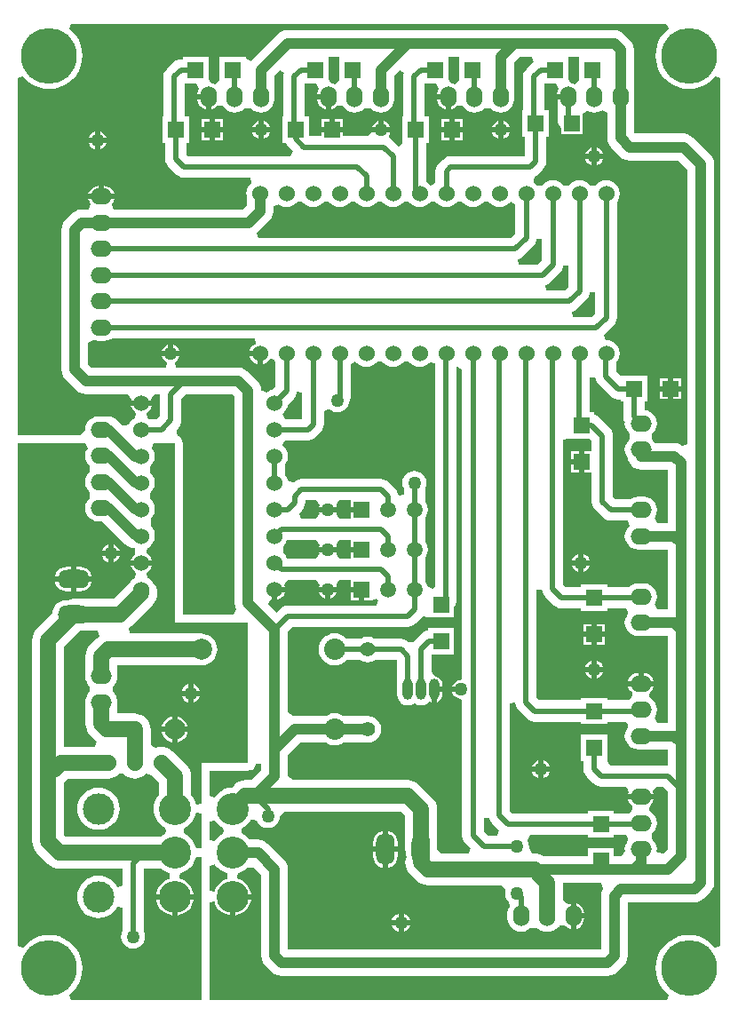
<source format=gbl>
G04 Layer_Physical_Order=2*
G04 Layer_Color=16711680*
%FSLAX25Y25*%
%MOIN*%
G70*
G01*
G75*
%ADD11R,0.05906X0.05906*%
%ADD12R,0.05906X0.05906*%
%ADD13C,0.01969*%
%ADD14O,0.06000X0.08000*%
%ADD15O,0.08000X0.06000*%
%ADD16O,0.03937X0.07874*%
%ADD17O,0.03937X0.07874*%
%ADD18C,0.06000*%
%ADD19O,0.12000X0.07000*%
%ADD20C,0.11811*%
%ADD21C,0.12000*%
%ADD22C,0.05906*%
%ADD23C,0.07874*%
%ADD24C,0.08000*%
%ADD25C,0.05512*%
%ADD26C,0.20945*%
%ADD27O,0.07000X0.12000*%
%ADD28C,0.05000*%
%ADD29C,0.03937*%
%ADD30C,0.05906*%
%ADD31C,0.03937*%
%ADD32C,0.05906*%
G36*
X210717Y353802D02*
Y344745D01*
X209034Y343521D01*
X207543Y344052D01*
X206842Y345651D01*
Y353802D01*
X208780Y353921D01*
X210717Y353802D01*
D02*
G37*
G36*
X165717D02*
Y344745D01*
X164034Y343521D01*
X162543Y344052D01*
X161843Y345651D01*
Y353802D01*
X163779Y353921D01*
X165717Y353802D01*
D02*
G37*
G36*
X120717D02*
Y344745D01*
X119034Y343521D01*
X117543Y344052D01*
X116842Y345651D01*
Y353802D01*
X118780Y353921D01*
X120717Y353802D01*
D02*
G37*
G36*
X193630Y351926D02*
X193438Y351779D01*
X190938Y349279D01*
X190299Y348446D01*
X189898Y347477D01*
X189761Y346437D01*
Y333890D01*
X189437D01*
Y323984D01*
X190371D01*
Y316519D01*
X162500D01*
X161460Y316382D01*
X160491Y315980D01*
X159658Y315342D01*
X158080Y313763D01*
X157441Y312931D01*
X157040Y311961D01*
X156903Y310921D01*
Y306353D01*
X155116Y305622D01*
X155090Y305624D01*
X154704Y305783D01*
X154487Y306066D01*
X153443Y306868D01*
X153408Y306882D01*
Y321484D01*
X154342D01*
Y331390D01*
X152798D01*
Y343984D01*
X157137D01*
X158124Y341984D01*
X158100Y341954D01*
X157697Y340981D01*
X157560Y339937D01*
D01*
X161594D01*
Y338937D01*
X162594D01*
Y334034D01*
X162639Y334040D01*
X163612Y334443D01*
X164447Y335084D01*
X164833Y335587D01*
X166144Y335665D01*
X167057Y335446D01*
X167069Y335415D01*
X167871Y334371D01*
X168915Y333570D01*
X170132Y333066D01*
X171437Y332894D01*
X172742Y333066D01*
X173959Y333570D01*
X175003Y334371D01*
X175151Y334563D01*
X175304Y334637D01*
X177413D01*
X177566Y334563D01*
X177714Y334371D01*
X178758Y333570D01*
X179974Y333066D01*
X181280Y332894D01*
X182585Y333066D01*
X183801Y333570D01*
X184846Y334371D01*
X185647Y335415D01*
X186151Y336632D01*
X186323Y337937D01*
Y339937D01*
X186291Y340178D01*
Y351861D01*
X188355Y353926D01*
X192951D01*
X193630Y351926D01*
D02*
G37*
G36*
X145013Y347755D02*
X144898Y347477D01*
X144761Y346437D01*
Y331390D01*
X144437D01*
Y321575D01*
X142959Y320224D01*
X140342Y322842D01*
X139511Y323490D01*
X139763Y325193D01*
X139823Y325437D01*
X132613D01*
X132153Y324670D01*
X131486Y324019D01*
X122122D01*
Y325437D01*
X118169D01*
X114216D01*
Y324019D01*
X109343D01*
Y331390D01*
X107798D01*
Y343984D01*
X112137D01*
X113124Y341984D01*
X113101Y341954D01*
X112697Y340981D01*
X112560Y339937D01*
D01*
X116595D01*
Y338937D01*
X117595D01*
Y334034D01*
X117639Y334040D01*
X118612Y334443D01*
X119447Y335084D01*
X119834Y335587D01*
X121144Y335665D01*
X122057Y335446D01*
X122070Y335415D01*
X122871Y334371D01*
X123915Y333570D01*
X125132Y333066D01*
X126437Y332894D01*
X127742Y333066D01*
X128959Y333570D01*
X130003Y334371D01*
X130151Y334563D01*
X130304Y334637D01*
X132413D01*
X132566Y334563D01*
X132713Y334371D01*
X133758Y333570D01*
X134974Y333066D01*
X136279Y332894D01*
X137585Y333066D01*
X138801Y333570D01*
X139846Y334371D01*
X140647Y335415D01*
X141151Y336632D01*
X141323Y337937D01*
Y339937D01*
X141291Y340178D01*
Y346861D01*
X143317Y348888D01*
X145013Y347755D01*
D02*
G37*
G36*
X100013D02*
X99898Y347477D01*
X99761Y346437D01*
Y331390D01*
X99437D01*
Y321484D01*
X100751D01*
X100909Y321101D01*
X101548Y320269D01*
X103298Y318519D01*
X102470Y316519D01*
X64165D01*
X63408Y317275D01*
Y321484D01*
X64342D01*
Y331390D01*
X62798D01*
Y343984D01*
X67137D01*
X68124Y341984D01*
X68101Y341954D01*
X67697Y340981D01*
X67560Y339937D01*
D01*
X71595D01*
Y338937D01*
X72594D01*
Y334034D01*
X72639Y334040D01*
X73612Y334443D01*
X74447Y335084D01*
X74834Y335587D01*
X76144Y335665D01*
X77057Y335446D01*
X77069Y335415D01*
X77871Y334371D01*
X78915Y333570D01*
X80132Y333066D01*
X81437Y332894D01*
X82742Y333066D01*
X83959Y333570D01*
X85003Y334371D01*
X85151Y334563D01*
X85304Y334637D01*
X87413D01*
X87566Y334563D01*
X87713Y334371D01*
X88758Y333570D01*
X89974Y333066D01*
X91280Y332894D01*
X92585Y333066D01*
X93801Y333570D01*
X94846Y334371D01*
X95647Y335415D01*
X96151Y336632D01*
X96323Y337937D01*
Y339937D01*
X96291Y340178D01*
Y346861D01*
X98317Y348888D01*
X100013Y347755D01*
D02*
G37*
G36*
X186903Y298647D02*
Y287586D01*
X185087Y285771D01*
X90452D01*
X89773Y287771D01*
X90138Y288051D01*
X94465Y292378D01*
X95261Y293416D01*
X95762Y294624D01*
X95933Y295921D01*
Y297622D01*
X96086Y297763D01*
X97933Y298491D01*
X98400Y298132D01*
X99616Y297629D01*
X100921Y297457D01*
X102226Y297629D01*
X103443Y298132D01*
X104487Y298934D01*
X104704Y299217D01*
X105034Y299353D01*
X106809D01*
X107138Y299217D01*
X107355Y298934D01*
X108400Y298132D01*
X109616Y297629D01*
X110921Y297457D01*
X112226Y297629D01*
X113443Y298132D01*
X114487Y298934D01*
X114704Y299217D01*
X115034Y299353D01*
X116809D01*
X117138Y299217D01*
X117355Y298934D01*
X118400Y298132D01*
X119616Y297629D01*
X120921Y297457D01*
X122227Y297629D01*
X123443Y298132D01*
X124487Y298934D01*
X124704Y299217D01*
X125034Y299353D01*
X126809D01*
X127138Y299217D01*
X127355Y298934D01*
X128400Y298132D01*
X129616Y297629D01*
X130921Y297457D01*
X132227Y297629D01*
X133443Y298132D01*
X134487Y298934D01*
X134704Y299217D01*
X135034Y299353D01*
X136809D01*
X137138Y299217D01*
X137355Y298934D01*
X138400Y298132D01*
X139616Y297629D01*
X140921Y297457D01*
X142227Y297629D01*
X143443Y298132D01*
X144487Y298934D01*
X144704Y299217D01*
X145034Y299353D01*
X146809D01*
X147138Y299217D01*
X147355Y298934D01*
X148400Y298132D01*
X149616Y297629D01*
X150921Y297457D01*
X152226Y297629D01*
X153443Y298132D01*
X154487Y298934D01*
X154704Y299217D01*
X155034Y299353D01*
X156809D01*
X157138Y299217D01*
X157355Y298934D01*
X158400Y298132D01*
X159616Y297629D01*
X160921Y297457D01*
X162226Y297629D01*
X163443Y298132D01*
X164487Y298934D01*
X164704Y299217D01*
X165034Y299353D01*
X166809D01*
X167138Y299217D01*
X167355Y298934D01*
X168400Y298132D01*
X169616Y297629D01*
X170921Y297457D01*
X172227Y297629D01*
X173443Y298132D01*
X174487Y298934D01*
X174704Y299217D01*
X175034Y299353D01*
X176809D01*
X177138Y299217D01*
X177355Y298934D01*
X178400Y298132D01*
X179616Y297629D01*
X180921Y297457D01*
X182227Y297629D01*
X183443Y298132D01*
X184487Y298934D01*
X184704Y299217D01*
X185090Y299376D01*
X185116Y299378D01*
X186903Y298647D01*
D02*
G37*
G36*
X196903Y285507D02*
Y277586D01*
X195245Y275928D01*
X188124D01*
X187792Y277870D01*
X188761Y278272D01*
X189594Y278910D01*
X193763Y283080D01*
X194402Y283912D01*
X194803Y284881D01*
X194903Y285638D01*
X196903Y285507D01*
D02*
G37*
G36*
X206903Y275507D02*
Y267586D01*
X205402Y266086D01*
X198281D01*
X197950Y268028D01*
X198919Y268429D01*
X199751Y269068D01*
X203763Y273080D01*
X204401Y273912D01*
X204803Y274881D01*
X204903Y275638D01*
X206903Y275507D01*
D02*
G37*
G36*
X216903Y265507D02*
Y257586D01*
X215560Y256243D01*
X208439D01*
X208107Y258185D01*
X209076Y258587D01*
X209909Y259225D01*
X213763Y263080D01*
X214402Y263912D01*
X214803Y264881D01*
X214903Y265638D01*
X216903Y265507D01*
D02*
G37*
G36*
X89415Y246206D02*
X88904Y245994D01*
X88068Y245353D01*
X87427Y244517D01*
X87024Y243544D01*
X87018Y243500D01*
X90921D01*
Y242500D01*
X91921D01*
Y238597D01*
X91966Y238603D01*
X92939Y239006D01*
X93774Y239647D01*
X94262Y240284D01*
X95156Y240380D01*
X96463Y240199D01*
X96554Y239978D01*
X96903Y239524D01*
Y230086D01*
X95700Y228883D01*
X95132Y228808D01*
X93915Y228305D01*
X93448Y227946D01*
X92009Y228362D01*
X91705Y228535D01*
X91413Y228795D01*
X91278Y229821D01*
X90777Y231029D01*
X89981Y232067D01*
X86221Y235827D01*
X85183Y236623D01*
X83974Y237124D01*
X82677Y237295D01*
X59306D01*
X58908Y239295D01*
X59265Y239443D01*
X59996Y240004D01*
X60557Y240735D01*
X60874Y241500D01*
X54126D01*
X54443Y240735D01*
X55004Y240004D01*
X55735Y239443D01*
X56092Y239295D01*
X55694Y237295D01*
X27666D01*
X26448Y238513D01*
Y246462D01*
X26959Y246947D01*
X28448Y247636D01*
X29132Y247353D01*
X30437Y247181D01*
X32437D01*
X33742Y247353D01*
X34959Y247857D01*
X35413Y248206D01*
X89017D01*
X89415Y246206D01*
D02*
G37*
G36*
X126753Y239376D02*
X127138Y239217D01*
X127355Y238934D01*
X128400Y238133D01*
X129616Y237629D01*
X130921Y237457D01*
X132227Y237629D01*
X133443Y238133D01*
X134487Y238934D01*
X134704Y239217D01*
X135034Y239353D01*
X136809D01*
X137138Y239217D01*
X137355Y238934D01*
X138400Y238133D01*
X139616Y237629D01*
X140921Y237457D01*
X142227Y237629D01*
X143443Y238133D01*
X144487Y238934D01*
X144704Y239217D01*
X145034Y239353D01*
X146809D01*
X147138Y239217D01*
X147355Y238934D01*
X148400Y238133D01*
X149616Y237629D01*
X150921Y237457D01*
X152226Y237629D01*
X153443Y238133D01*
X154487Y238934D01*
X154704Y239217D01*
X154981Y239331D01*
X156831Y238703D01*
Y154889D01*
X155901Y154304D01*
X153762Y155230D01*
X153263Y156435D01*
X152956Y156836D01*
Y166038D01*
X153263Y166439D01*
X153762Y167644D01*
X153932Y168937D01*
X153762Y170230D01*
X153263Y171435D01*
X152956Y171836D01*
Y181038D01*
X153263Y181439D01*
X153762Y182644D01*
X153932Y183937D01*
X153762Y185230D01*
X153263Y186435D01*
X152956Y186836D01*
Y191880D01*
X153321Y192762D01*
X153476Y193937D01*
X153321Y195112D01*
X152868Y196206D01*
X152146Y197146D01*
X151206Y197868D01*
X150112Y198321D01*
X148937Y198476D01*
X147762Y198321D01*
X146668Y197868D01*
X145728Y197146D01*
X145006Y196206D01*
X144553Y195112D01*
X144398Y193937D01*
X144553Y192762D01*
X144918Y191880D01*
Y189351D01*
X142918Y189220D01*
X142819Y189977D01*
X142417Y190946D01*
X141779Y191779D01*
X139279Y194279D01*
X138446Y194917D01*
X137477Y195319D01*
X136437Y195456D01*
X106437D01*
X105397Y195319D01*
X104428Y194917D01*
X103595Y194279D01*
X103444Y194127D01*
X101357Y194869D01*
X101308Y195242D01*
X100804Y196459D01*
X100456Y196913D01*
Y200961D01*
X100804Y201415D01*
X101308Y202632D01*
X101480Y203937D01*
X101308Y205242D01*
X100804Y206459D01*
X100003Y207503D01*
X99720Y207720D01*
X99561Y208105D01*
X99559Y208132D01*
X100290Y209918D01*
X108937D01*
X109977Y210055D01*
X110946Y210457D01*
X111779Y211095D01*
X113763Y213080D01*
X114401Y213912D01*
X114803Y214881D01*
X114940Y215921D01*
Y220917D01*
X116289Y221554D01*
X116940Y221676D01*
X117731Y221069D01*
X118825Y220616D01*
X120000Y220461D01*
X121175Y220616D01*
X122269Y221069D01*
X123209Y221791D01*
X123931Y222731D01*
X124384Y223825D01*
X124394Y223903D01*
X124401Y223912D01*
X124803Y224881D01*
X124940Y225921D01*
Y238647D01*
X126726Y239378D01*
X126753Y239376D01*
D02*
G37*
G36*
X106903Y228007D02*
Y217956D01*
X100290D01*
X99559Y219742D01*
X99561Y219769D01*
X99720Y220154D01*
X100003Y220371D01*
X100804Y221415D01*
X101308Y222632D01*
X101383Y223200D01*
X103763Y225580D01*
X104402Y226412D01*
X104803Y227381D01*
X104903Y228138D01*
X106903Y228007D01*
D02*
G37*
G36*
X203123Y341984D02*
X203100Y341954D01*
X202697Y340981D01*
X202560Y339937D01*
D01*
X206594D01*
Y337937D01*
X202560D01*
X202576Y337816D01*
Y330512D01*
X202713Y329472D01*
X203114Y328502D01*
X203753Y327670D01*
X204217Y327207D01*
Y324984D01*
X207669D01*
X208169Y324918D01*
X208670Y324984D01*
X212122D01*
Y328437D01*
X212188Y328937D01*
X212122Y329437D01*
Y332425D01*
X213806Y333654D01*
X213915Y333570D01*
X215132Y333066D01*
X216437Y332894D01*
X217742Y333066D01*
X218959Y333570D01*
X219268Y333807D01*
X221268Y332867D01*
Y323406D01*
X221439Y322109D01*
X221940Y320900D01*
X222736Y319862D01*
X226142Y316456D01*
X227179Y315660D01*
X228388Y315159D01*
X229685Y314989D01*
X247924D01*
X251426Y311487D01*
Y208673D01*
X249426Y207906D01*
X248943Y208277D01*
X247734Y208778D01*
X246437Y208948D01*
X239309D01*
X239304Y208959D01*
X238503Y210003D01*
X238311Y210151D01*
X238236Y210304D01*
Y212413D01*
X238311Y212566D01*
X238503Y212714D01*
X239304Y213758D01*
X239808Y214974D01*
X239980Y216280D01*
X239808Y217585D01*
X239304Y218801D01*
X238503Y219846D01*
X237459Y220647D01*
X236242Y221151D01*
X235318Y221272D01*
Y224378D01*
X236252D01*
Y234283D01*
X226346D01*
X224868Y235543D01*
Y239430D01*
X225289Y239978D01*
X225793Y241195D01*
X225964Y242500D01*
X225793Y243805D01*
X225289Y245022D01*
X224487Y246066D01*
X223443Y246867D01*
X222227Y247371D01*
X220949Y247539D01*
X220880Y247633D01*
X220153Y249195D01*
X220141Y249458D01*
X223763Y253080D01*
X224401Y253912D01*
X224803Y254881D01*
X224940Y255921D01*
Y299524D01*
X225289Y299978D01*
X225793Y301195D01*
X225964Y302500D01*
X225793Y303805D01*
X225289Y305022D01*
X224487Y306066D01*
X223443Y306868D01*
X222227Y307371D01*
X220921Y307543D01*
X219616Y307371D01*
X218400Y306868D01*
X217355Y306066D01*
X217138Y305783D01*
X216809Y305647D01*
X215034D01*
X214704Y305783D01*
X214487Y306066D01*
X213443Y306868D01*
X212227Y307371D01*
X210921Y307543D01*
X209616Y307371D01*
X208400Y306868D01*
X207355Y306066D01*
X207138Y305783D01*
X206809Y305647D01*
X205034D01*
X204704Y305783D01*
X204487Y306066D01*
X203443Y306868D01*
X202226Y307371D01*
X200921Y307543D01*
X199616Y307371D01*
X198400Y306868D01*
X197355Y306066D01*
X197138Y305783D01*
X196809Y305647D01*
X195034D01*
X194704Y305783D01*
X194487Y306066D01*
X193754Y306629D01*
X193649Y307598D01*
X193991Y308805D01*
X194509Y309020D01*
X195342Y309658D01*
X197231Y311548D01*
X197870Y312380D01*
X198272Y313350D01*
X198408Y314390D01*
Y323984D01*
X199343D01*
Y333890D01*
X197798D01*
Y343984D01*
X202137D01*
X203123Y341984D01*
D02*
G37*
G36*
X124984Y184937D02*
X128937D01*
Y182937D01*
X124984D01*
Y180456D01*
X120698D01*
X120007Y181441D01*
X119612Y182456D01*
X119811Y182937D01*
X113063D01*
X113262Y182456D01*
X112867Y181441D01*
X112176Y180456D01*
X106467D01*
X105639Y182456D01*
X106779Y183595D01*
X107417Y184428D01*
X107819Y185397D01*
X107956Y186437D01*
Y187272D01*
X108102Y187418D01*
X112176D01*
X112867Y186433D01*
X113262Y185418D01*
X113063Y184937D01*
X119811D01*
X119612Y185418D01*
X120007Y186433D01*
X120698Y187418D01*
X124984D01*
Y184937D01*
D02*
G37*
G36*
X216968Y232835D02*
X217369Y231866D01*
X218008Y231033D01*
X222552Y226489D01*
X223384Y225851D01*
X224354Y225449D01*
X225394Y225312D01*
X226346D01*
Y224378D01*
X227281D01*
Y218917D01*
X227417Y217877D01*
X227819Y216908D01*
X227954Y216733D01*
X227894Y216280D01*
X228066Y214974D01*
X228570Y213758D01*
X229371Y212714D01*
X229563Y212566D01*
X229638Y212413D01*
Y210304D01*
X229563Y210151D01*
X229371Y210003D01*
X228570Y208959D01*
X228066Y207742D01*
X227894Y206437D01*
X228066Y205132D01*
X228570Y203915D01*
X229003Y203351D01*
X229096Y202640D01*
X229597Y201431D01*
X230393Y200393D01*
X231431Y199597D01*
X232640Y199096D01*
X233937Y198926D01*
X243926D01*
Y178948D01*
X240007D01*
X239067Y180948D01*
X239304Y181258D01*
X239808Y182474D01*
X239980Y183780D01*
X239808Y185085D01*
X239304Y186301D01*
X238503Y187346D01*
X237459Y188147D01*
X236242Y188651D01*
X234937Y188823D01*
X232937D01*
X231632Y188651D01*
X230415Y188147D01*
X229961Y187798D01*
X224381D01*
X223507Y188672D01*
Y211614D01*
X223370Y212654D01*
X222968Y213623D01*
X222330Y214456D01*
X218393Y218393D01*
X217561Y219031D01*
X216591Y219433D01*
X216567Y219436D01*
Y220504D01*
X214868D01*
Y233461D01*
X216868Y233592D01*
X216968Y232835D01*
D02*
G37*
G36*
X124984Y169937D02*
X128937D01*
Y167937D01*
X124984D01*
Y165456D01*
X120698D01*
X120007Y166441D01*
X119612Y167456D01*
X119811Y167937D01*
X113063D01*
X113262Y167456D01*
X112867Y166441D01*
X112176Y165456D01*
X101220D01*
X100804Y166459D01*
X100003Y167503D01*
X99720Y167720D01*
X99584Y168050D01*
Y169824D01*
X99720Y170154D01*
X100003Y170371D01*
X100804Y171415D01*
X101220Y172418D01*
X112176D01*
X112867Y171433D01*
X113262Y170418D01*
X113063Y169937D01*
X119811D01*
X119612Y170418D01*
X120007Y171433D01*
X120698Y172418D01*
X124984D01*
Y169937D01*
D02*
G37*
G36*
X58937Y141437D02*
X86437D01*
Y88937D01*
X68937D01*
Y73344D01*
X66939Y73222D01*
X66482Y74730D01*
X65739Y76120D01*
X65037Y76976D01*
Y83819D01*
X64922Y84986D01*
X64581Y86108D01*
X64029Y87142D01*
X63285Y88048D01*
X58167Y93167D01*
X57260Y93910D01*
X56226Y94463D01*
X55104Y94804D01*
X53937Y94919D01*
X52770Y94804D01*
X51919Y94545D01*
X51039Y94936D01*
X49919Y95807D01*
Y101437D01*
X49804Y102604D01*
X49463Y103726D01*
X48910Y104760D01*
X48167Y105667D01*
X47260Y106411D01*
X46226Y106963D01*
X45104Y107304D01*
X43937Y107419D01*
X37419D01*
Y111127D01*
X37480Y111594D01*
X37308Y112900D01*
X37134Y113321D01*
X36963Y113883D01*
X36410Y114918D01*
X35667Y115824D01*
Y117207D01*
X36410Y118114D01*
X36963Y119148D01*
X37134Y119711D01*
X37308Y120132D01*
X37480Y121437D01*
X37419Y121905D01*
Y125455D01*
X68937D01*
X70104Y125570D01*
X71226Y125911D01*
X72260Y126463D01*
X73167Y127207D01*
X73910Y128114D01*
X74463Y129148D01*
X74804Y130270D01*
X74919Y131437D01*
X74804Y132604D01*
X74463Y133726D01*
X73910Y134760D01*
X73167Y135667D01*
X72260Y136410D01*
X71226Y136963D01*
X70104Y137304D01*
X68937Y137419D01*
X42177D01*
X41676Y139419D01*
X41760Y139463D01*
X42667Y140207D01*
X50667Y148207D01*
X51411Y149114D01*
X51963Y150148D01*
X52304Y151270D01*
X52419Y152437D01*
X52304Y153604D01*
X51963Y154726D01*
X51411Y155760D01*
X50667Y156667D01*
X50608Y156715D01*
X50003Y157503D01*
X48959Y158305D01*
X48738Y158396D01*
X48557Y159702D01*
X48653Y160596D01*
X49290Y161084D01*
X49931Y161920D01*
X50334Y162893D01*
X50340Y162937D01*
X46437D01*
X42534D01*
X42540Y162893D01*
X42943Y161920D01*
X43584Y161084D01*
X44221Y160596D01*
X44317Y159702D01*
X44136Y158396D01*
X43915Y158305D01*
X42871Y157503D01*
X42266Y156715D01*
X42207Y156667D01*
X35959Y150419D01*
X20937D01*
X19770Y150304D01*
X18718Y149985D01*
X18437D01*
X17001Y149795D01*
X15663Y149241D01*
X14514Y148360D01*
X13633Y147211D01*
X13079Y145873D01*
X12952Y144911D01*
X7207Y139167D01*
X6464Y138260D01*
X5911Y137226D01*
X5570Y136104D01*
X5455Y134937D01*
Y86437D01*
Y59429D01*
X5570Y58262D01*
X5911Y57140D01*
X6464Y56106D01*
X7207Y55199D01*
X11518Y50889D01*
X12425Y50145D01*
X13459Y49592D01*
X14581Y49251D01*
X15748Y49137D01*
X39288D01*
Y42807D01*
X37288Y42307D01*
X36920Y42996D01*
X35932Y44200D01*
X34728Y45188D01*
X33355Y45922D01*
X31865Y46374D01*
X30315Y46526D01*
X28765Y46374D01*
X27275Y45922D01*
X25902Y45188D01*
X24698Y44200D01*
X23710Y42996D01*
X22976Y41623D01*
X22524Y40132D01*
X22371Y38583D01*
X22524Y37033D01*
X22976Y35543D01*
X23710Y34169D01*
X24698Y32966D01*
X25902Y31978D01*
X27275Y31244D01*
X28765Y30792D01*
X30315Y30639D01*
X31865Y30792D01*
X33355Y31244D01*
X34728Y31978D01*
X35932Y32966D01*
X36920Y34169D01*
X37288Y34859D01*
X39288Y34358D01*
Y25679D01*
X38923Y24797D01*
X38768Y23622D01*
X38923Y22447D01*
X39376Y21353D01*
X40098Y20413D01*
X41038Y19691D01*
X42132Y19238D01*
X43307Y19083D01*
X44482Y19238D01*
X45577Y19691D01*
X46516Y20413D01*
X47238Y21353D01*
X47691Y22447D01*
X47846Y23622D01*
X47691Y24797D01*
X47326Y25679D01*
Y49137D01*
X53733D01*
X54589Y48434D01*
X55979Y47691D01*
X57029Y47373D01*
X57223Y45739D01*
X57149Y45319D01*
X56363Y45081D01*
X55147Y44431D01*
X54081Y43556D01*
X53207Y42491D01*
X52557Y41274D01*
X52156Y39955D01*
X52120Y39583D01*
X59055D01*
X65991D01*
X65954Y39955D01*
X65554Y41274D01*
X64904Y42491D01*
X64029Y43556D01*
X62963Y44431D01*
X61747Y45081D01*
X60961Y45319D01*
X60887Y45739D01*
X61082Y47373D01*
X62131Y47691D01*
X63521Y48434D01*
X64739Y49434D01*
X65739Y50652D01*
X66482Y52042D01*
X66939Y53550D01*
X68937Y53428D01*
Y-0D01*
X20221D01*
X19807Y663D01*
X19529Y2000D01*
X20658Y2964D01*
X21933Y4457D01*
X22958Y6131D01*
X23710Y7945D01*
X24168Y9854D01*
X24322Y11811D01*
X24168Y13768D01*
X23710Y15677D01*
X22958Y17491D01*
X21933Y19165D01*
X20658Y20658D01*
X19165Y21933D01*
X17491Y22958D01*
X15677Y23710D01*
X13768Y24168D01*
X11811Y24322D01*
X9854Y24168D01*
X7945Y23710D01*
X6131Y22958D01*
X4457Y21933D01*
X2964Y20658D01*
X2000Y19528D01*
X663Y19807D01*
X-0Y20221D01*
Y208937D01*
X25386D01*
X26316Y206937D01*
X26070Y206616D01*
X25566Y205400D01*
X25394Y204095D01*
X25566Y202789D01*
X26070Y201573D01*
X26871Y200528D01*
X27064Y200381D01*
X27138Y200228D01*
Y198119D01*
X27064Y197966D01*
X26871Y197818D01*
X26070Y196774D01*
X25566Y195557D01*
X25394Y194252D01*
X25566Y192947D01*
X26070Y191730D01*
X26871Y190686D01*
X27064Y190538D01*
X27138Y190385D01*
Y188276D01*
X27064Y188123D01*
X26871Y187976D01*
X26070Y186931D01*
X25566Y185715D01*
X25394Y184409D01*
X25566Y183104D01*
X26070Y181888D01*
X26871Y180843D01*
X27915Y180042D01*
X29132Y179538D01*
X30437Y179366D01*
X31893D01*
X40393Y170866D01*
X41431Y170070D01*
X42640Y169569D01*
X43937Y169398D01*
X44234Y167398D01*
X44221Y167278D01*
X43584Y166790D01*
X42943Y165954D01*
X42540Y164981D01*
X42534Y164937D01*
X46437D01*
X50340D01*
X50334Y164981D01*
X49931Y165954D01*
X49290Y166790D01*
X48653Y167278D01*
X48557Y168172D01*
X48738Y169478D01*
X48959Y169570D01*
X50003Y170371D01*
X50805Y171415D01*
X51308Y172632D01*
X51480Y173937D01*
X51433Y174294D01*
X51448Y174409D01*
X51278Y175707D01*
X50777Y176915D01*
X49981Y177953D01*
X50003Y180370D01*
X50008Y180377D01*
X50805Y181415D01*
X51308Y182632D01*
X51480Y183937D01*
X51443Y184215D01*
X51448Y184252D01*
X51278Y185549D01*
X50777Y186758D01*
X49981Y187795D01*
X49877Y187875D01*
X49850Y187924D01*
X49858Y190242D01*
X49875Y190273D01*
X50003Y190371D01*
X50805Y191415D01*
X51308Y192632D01*
X51480Y193937D01*
X51308Y195242D01*
X51292Y195281D01*
X51278Y195391D01*
X50777Y196600D01*
X49981Y197638D01*
X49788Y197786D01*
X49699Y197978D01*
X49705Y200036D01*
X49786Y200204D01*
X50003Y200371D01*
X50805Y201415D01*
X51308Y202632D01*
X51480Y203937D01*
X51308Y205242D01*
X50805Y206459D01*
X50437Y206937D01*
X51145Y208757D01*
X51309Y208937D01*
X58937D01*
Y141437D01*
D02*
G37*
G36*
X124984Y154937D02*
X128937D01*
Y153937D01*
X129937D01*
Y149984D01*
X132890D01*
Y149984D01*
X134886Y150556D01*
X135457Y149956D01*
X134832Y147956D01*
X101437D01*
X100397Y147819D01*
X99428Y147417D01*
X98595Y146779D01*
X97139Y145322D01*
X94016Y148446D01*
X95148Y150141D01*
X95393Y150040D01*
X95437Y150034D01*
Y153937D01*
X96437D01*
Y154937D01*
X100340D01*
X100334Y154981D01*
X100153Y155418D01*
X100846Y156912D01*
X101329Y157418D01*
X112176D01*
X112867Y156433D01*
X113262Y155418D01*
X113063Y154937D01*
X119811D01*
X119612Y155418D01*
X120007Y156433D01*
X120698Y157418D01*
X124984D01*
Y154937D01*
D02*
G37*
G36*
X215470Y209950D02*
Y205724D01*
X212614D01*
Y201772D01*
Y197819D01*
X215470D01*
Y187008D01*
X215606Y185968D01*
X216008Y184999D01*
X216647Y184166D01*
X219875Y180938D01*
X220707Y180299D01*
X221676Y179898D01*
X222716Y179761D01*
X229028D01*
X229665Y177884D01*
X229660Y177850D01*
X229563Y177651D01*
X229371Y177503D01*
X228570Y176459D01*
X228066Y175242D01*
X227894Y173937D01*
X228066Y172632D01*
X228570Y171415D01*
X229371Y170371D01*
X230415Y169570D01*
X231632Y169066D01*
X232937Y168894D01*
X234937D01*
X235178Y168926D01*
X243926D01*
Y146448D01*
X240007D01*
X239067Y148448D01*
X239304Y148758D01*
X239808Y149974D01*
X239980Y151279D01*
X239808Y152585D01*
X239304Y153801D01*
X238503Y154846D01*
X237459Y155647D01*
X236242Y156151D01*
X234937Y156323D01*
X232937D01*
X231632Y156151D01*
X230415Y155647D01*
X229371Y154846D01*
X229371Y154845D01*
X221390D01*
Y155780D01*
X211484D01*
Y154845D01*
X205838D01*
X204868Y155815D01*
Y210099D01*
X206661Y210598D01*
Y210598D01*
X214821D01*
X215470Y209950D01*
D02*
G37*
G36*
X81426Y226448D02*
Y148937D01*
X81596Y147640D01*
X82097Y146431D01*
X81086Y144463D01*
X61963D01*
Y208937D01*
X61860Y209720D01*
X61558Y210450D01*
X61077Y211077D01*
X60450Y211558D01*
X60181Y211669D01*
X59636Y213075D01*
X59579Y213896D01*
X60342Y214658D01*
X60980Y215491D01*
X61382Y216460D01*
X61519Y217500D01*
Y225619D01*
X63172Y227272D01*
X80601D01*
X81426Y226448D01*
D02*
G37*
G36*
X166903Y236415D02*
Y120376D01*
X166437Y119967D01*
X165523Y119847D01*
X164672Y119494D01*
X163941Y118933D01*
X163380Y118202D01*
X163063Y117437D01*
X166437D01*
Y115437D01*
X163063D01*
X163380Y114672D01*
X163941Y113941D01*
X164672Y113380D01*
X165523Y113027D01*
X166437Y112907D01*
X166903Y112498D01*
Y61579D01*
X167040Y60539D01*
X167441Y59569D01*
X168080Y58737D01*
X170051Y56766D01*
X169285Y54919D01*
X159211D01*
X157419Y56437D01*
Y71437D01*
X157304Y72604D01*
X156963Y73726D01*
X156411Y74760D01*
X155667Y75667D01*
X150667Y80667D01*
X149760Y81410D01*
X148726Y81963D01*
X147604Y82304D01*
X146437Y82419D01*
X103266D01*
X101448Y83937D01*
Y91861D01*
X106013Y96426D01*
X115585D01*
X115587Y96424D01*
X116630Y95867D01*
X117761Y95524D01*
X118937Y95408D01*
X120113Y95524D01*
X121244Y95867D01*
X122287Y96424D01*
X122289Y96426D01*
X131437D01*
X132734Y96596D01*
X133943Y97097D01*
X134981Y97893D01*
X135777Y98931D01*
X136278Y100140D01*
X136448Y101437D01*
X136278Y102734D01*
X135777Y103943D01*
X134981Y104981D01*
X133943Y105777D01*
X132734Y106278D01*
X131437Y106448D01*
X122289D01*
X122287Y106450D01*
X121244Y107007D01*
X120113Y107350D01*
X118937Y107466D01*
X117761Y107350D01*
X116630Y107007D01*
X115587Y106450D01*
X115585Y106448D01*
X103937D01*
X103448Y106384D01*
X101448Y107723D01*
Y138265D01*
X103102Y139918D01*
X146437D01*
X147477Y140055D01*
X148446Y140457D01*
X149279Y141095D01*
X151779Y143595D01*
X151984Y143863D01*
X153984Y143374D01*
Y143374D01*
X163890D01*
Y147657D01*
X164330Y148230D01*
X164731Y149199D01*
X164868Y150239D01*
Y237383D01*
X164920Y237418D01*
X166903Y236415D01*
D02*
G37*
G36*
X196968Y153110D02*
X197369Y152141D01*
X198008Y151309D01*
X201332Y147985D01*
X202164Y147346D01*
X203133Y146945D01*
X204173Y146808D01*
X211484D01*
Y145874D01*
X221390D01*
Y146808D01*
X228438D01*
X229050Y145623D01*
X229221Y144808D01*
X228570Y143959D01*
X228066Y142742D01*
X227894Y141437D01*
X228066Y140132D01*
X228570Y138915D01*
X229371Y137871D01*
X230415Y137069D01*
X231632Y136566D01*
X232937Y136394D01*
X234937D01*
X235178Y136426D01*
X243926D01*
Y103948D01*
X240007D01*
X239067Y105948D01*
X239304Y106258D01*
X239808Y107474D01*
X239980Y108780D01*
X239808Y110085D01*
X239304Y111301D01*
X238503Y112346D01*
X237459Y113147D01*
X237428Y113160D01*
X237209Y114072D01*
X237287Y115383D01*
X237790Y115769D01*
X238431Y116605D01*
X238834Y117578D01*
X238840Y117622D01*
X233937D01*
X229034D01*
X229040Y117578D01*
X229443Y116605D01*
X230084Y115769D01*
X230587Y115383D01*
X230665Y114072D01*
X230446Y113160D01*
X230415Y113147D01*
X229371Y112346D01*
X229371Y112345D01*
X221390D01*
Y113279D01*
X211484D01*
Y112345D01*
X195838D01*
X194868Y113315D01*
Y153736D01*
X196868Y153867D01*
X196968Y153110D01*
D02*
G37*
G36*
X30698Y136456D02*
X30614Y136410D01*
X29707Y135667D01*
X27207Y133167D01*
X26463Y132260D01*
X25911Y131226D01*
X25570Y130104D01*
X25455Y128937D01*
Y121905D01*
X25394Y121437D01*
X25566Y120132D01*
X25740Y119711D01*
X25911Y119148D01*
X26463Y118114D01*
X27207Y117207D01*
Y115824D01*
X26463Y114918D01*
X25911Y113883D01*
X25740Y113321D01*
X25566Y112900D01*
X25394Y111594D01*
X25455Y111127D01*
Y103563D01*
X25570Y102396D01*
X25911Y101274D01*
X26463Y100240D01*
X27207Y99333D01*
X29333Y97207D01*
X29685Y96919D01*
X28970Y94919D01*
X17419D01*
Y132459D01*
X23415Y138455D01*
X30197D01*
X30698Y136456D01*
D02*
G37*
G36*
X186968Y110610D02*
X187369Y109641D01*
X188008Y108809D01*
X191332Y105485D01*
X192164Y104847D01*
X193133Y104445D01*
X194173Y104308D01*
X211484D01*
Y103374D01*
X221390D01*
Y104308D01*
X228438D01*
X229050Y103123D01*
X229221Y102308D01*
X228570Y101459D01*
X228066Y100242D01*
X227894Y98937D01*
X228066Y97632D01*
X228570Y96415D01*
X229371Y95371D01*
X230415Y94569D01*
X231632Y94066D01*
X232937Y93894D01*
X234937D01*
X235178Y93926D01*
X243926D01*
Y87956D01*
X222262D01*
X221390Y89595D01*
Y99500D01*
X211484D01*
Y89595D01*
X212418D01*
Y86437D01*
X212555Y85397D01*
X212957Y84428D01*
X213595Y83595D01*
X216095Y81095D01*
X216928Y80457D01*
X217897Y80055D01*
X218937Y79918D01*
X228287D01*
X229038Y78763D01*
X229351Y77918D01*
X229040Y77166D01*
X229034Y77122D01*
X233937D01*
X238840D01*
X238834Y77166D01*
X238523Y77918D01*
X238836Y78763D01*
X239587Y79918D01*
X242272D01*
X243926Y78265D01*
Y56147D01*
X242428Y54800D01*
X240281Y55185D01*
X239895Y55791D01*
X239980Y56437D01*
X239808Y57742D01*
X239304Y58959D01*
X238503Y60003D01*
X238311Y60151D01*
X238236Y60304D01*
Y62413D01*
X238311Y62566D01*
X238503Y62713D01*
X239304Y63758D01*
X239808Y64974D01*
X239980Y66280D01*
X239808Y67585D01*
X239304Y68801D01*
X238503Y69846D01*
X237459Y70647D01*
X237428Y70660D01*
X237209Y71572D01*
X237287Y72883D01*
X237790Y73269D01*
X238431Y74105D01*
X238834Y75078D01*
X238840Y75122D01*
X233937D01*
X229034D01*
X229040Y75078D01*
X229443Y74105D01*
X230084Y73269D01*
X230587Y72883D01*
X230665Y71572D01*
X230446Y70660D01*
X230415Y70647D01*
X229371Y69846D01*
X229371Y69845D01*
X223890D01*
Y70780D01*
X213984D01*
Y69845D01*
X185838D01*
X184868Y70815D01*
Y111236D01*
X186868Y111367D01*
X186968Y110610D01*
D02*
G37*
G36*
X91426Y88523D02*
Y86013D01*
X87831Y82419D01*
X85492D01*
X84325Y82304D01*
X83203Y81963D01*
X82169Y81410D01*
X81262Y80667D01*
X80242Y79646D01*
X79140Y79538D01*
X77632Y79080D01*
X76243Y78338D01*
X75024Y77338D01*
X74025Y76120D01*
X73963Y76004D01*
X71963Y76505D01*
Y85911D01*
X86437D01*
X87220Y86014D01*
X87950Y86317D01*
X88577Y86797D01*
X89057Y87424D01*
X89360Y88154D01*
X89426Y88654D01*
X91426Y88523D01*
D02*
G37*
G36*
X145456Y68959D02*
Y56437D01*
X145570Y55270D01*
X145890Y54218D01*
Y53937D01*
X145916Y53736D01*
X145911Y53726D01*
X145570Y52604D01*
X145456Y51437D01*
X145570Y50270D01*
X145911Y49148D01*
X146464Y48114D01*
X147207Y47207D01*
X149707Y44707D01*
X150614Y43964D01*
X151648Y43411D01*
X152770Y43070D01*
X153937Y42955D01*
X181689D01*
X183003Y41315D01*
X183087Y40955D01*
X182961Y40000D01*
X183116Y38825D01*
X183569Y37731D01*
X184291Y36791D01*
X184570Y34959D01*
X184066Y33742D01*
X183894Y32437D01*
Y30437D01*
X184066Y29132D01*
X184570Y27915D01*
X185371Y26871D01*
X186415Y26070D01*
X187632Y25566D01*
X188937Y25394D01*
X190242Y25566D01*
X191459Y26070D01*
X192503Y26871D01*
X193020Y26956D01*
X194942Y26886D01*
X195456Y26463D01*
X196491Y25911D01*
X197054Y25740D01*
X197474Y25566D01*
X198779Y25394D01*
X200085Y25566D01*
X200505Y25740D01*
X201069Y25911D01*
X202103Y26463D01*
X203009Y27207D01*
X203333Y27602D01*
X203555Y27703D01*
X205054Y27785D01*
X205751Y27608D01*
X205769Y27584D01*
X206605Y26943D01*
X207578Y26540D01*
X207622Y26534D01*
Y31437D01*
Y36340D01*
X207578Y36334D01*
X206761Y35996D01*
X206121Y36221D01*
X204761Y37037D01*
Y43768D01*
X218928D01*
X219847Y41768D01*
X219597Y41443D01*
X219096Y40234D01*
X218926Y38937D01*
Y18948D01*
X101448D01*
Y48937D01*
X101278Y50234D01*
X100777Y51443D01*
X99981Y52481D01*
X93800Y58662D01*
X92762Y59458D01*
X91553Y59959D01*
X90256Y60129D01*
X86945D01*
X86393Y60802D01*
X85175Y61802D01*
X84272Y62284D01*
X84061Y63125D01*
Y63646D01*
X84272Y64487D01*
X85175Y64970D01*
X86393Y65969D01*
X87393Y67188D01*
X87568Y67516D01*
X88400Y67619D01*
X89734Y67325D01*
X90006Y66668D01*
X90728Y65728D01*
X91668Y65006D01*
X92762Y64553D01*
X93937Y64398D01*
X95112Y64553D01*
X96206Y65006D01*
X97146Y65728D01*
X97868Y66668D01*
X98321Y67762D01*
X98476Y68937D01*
X100256Y70455D01*
X143959D01*
X145456Y68959D01*
D02*
G37*
G36*
X176968Y68110D02*
X177369Y67141D01*
X178008Y66309D01*
X180798Y63519D01*
X180044Y61519D01*
X176665D01*
X174940Y63243D01*
Y68192D01*
X176940Y68323D01*
X176968Y68110D01*
D02*
G37*
G36*
X39707Y84707D02*
X40614Y83964D01*
X41648Y83411D01*
X42770Y83070D01*
X43937Y82955D01*
X45104Y83070D01*
X46226Y83411D01*
X47260Y83964D01*
X48167Y84707D01*
X50282Y84133D01*
X53074Y81341D01*
Y76976D01*
X52371Y76120D01*
X51628Y74730D01*
X51171Y73222D01*
X51016Y71653D01*
X51171Y70085D01*
X51628Y68577D01*
X52371Y67188D01*
X53371Y65969D01*
X54589Y64970D01*
X55492Y64487D01*
X55703Y63646D01*
Y63125D01*
X55492Y62284D01*
X54589Y61802D01*
X53733Y61100D01*
X18226D01*
X17419Y61907D01*
Y81594D01*
X18167Y82207D01*
X18915Y82955D01*
X33937D01*
X35104Y83070D01*
X36226Y83411D01*
X37260Y83964D01*
X38167Y84707D01*
X39707Y84707D01*
D02*
G37*
G36*
X229050Y60623D02*
X229221Y59808D01*
X228570Y58959D01*
X228066Y57742D01*
X227894Y56437D01*
X227979Y55791D01*
X226988Y54234D01*
X226456Y53791D01*
X223890D01*
Y57000D01*
X213984D01*
Y53791D01*
X197406D01*
X197260Y53910D01*
X196226Y54463D01*
X195104Y54804D01*
X193937Y54919D01*
X193466D01*
X192884Y55437D01*
X191962Y56919D01*
X192039Y57500D01*
X191884Y58675D01*
X191431Y59769D01*
X191401Y59808D01*
X192387Y61808D01*
X213984D01*
Y60874D01*
X223890D01*
Y61808D01*
X228438D01*
X229050Y60623D01*
D02*
G37*
G36*
X74025Y67188D02*
X75024Y65969D01*
X76243Y64970D01*
X77145Y64487D01*
X77356Y63646D01*
Y63125D01*
X77145Y62284D01*
X76243Y61802D01*
X75024Y60802D01*
X74025Y59584D01*
X73963Y59469D01*
X71963Y59970D01*
Y66802D01*
X73963Y67303D01*
X74025Y67188D01*
D02*
G37*
G36*
X68937Y69963D02*
Y56809D01*
X66939Y56686D01*
X66482Y58194D01*
X65739Y59584D01*
X64739Y60802D01*
X63521Y61802D01*
X62619Y62284D01*
X62408Y63125D01*
Y63646D01*
X62619Y64487D01*
X63521Y64970D01*
X64739Y65969D01*
X65739Y67188D01*
X66482Y68577D01*
X66939Y70085D01*
X68937Y69963D01*
D02*
G37*
G36*
X74025Y50652D02*
X75024Y49434D01*
X76243Y48434D01*
X77632Y47691D01*
X78682Y47373D01*
X78876Y45739D01*
X78802Y45319D01*
X78017Y45081D01*
X76801Y44431D01*
X75735Y43556D01*
X74860Y42491D01*
X74210Y41274D01*
X73963Y40459D01*
X71963Y40756D01*
Y50267D01*
X73963Y50768D01*
X74025Y50652D01*
D02*
G37*
G36*
X243973Y365479D02*
X244251Y364142D01*
X243122Y363177D01*
X241847Y361684D01*
X240821Y360011D01*
X240070Y358197D01*
X239612Y356288D01*
X239458Y354331D01*
X239612Y352374D01*
X240070Y350465D01*
X240821Y348651D01*
X241847Y346977D01*
X243122Y345484D01*
X244615Y344209D01*
X246289Y343183D01*
X248102Y342432D01*
X250011Y341974D01*
X251969Y341820D01*
X253926Y341974D01*
X255835Y342432D01*
X257648Y343183D01*
X259322Y344209D01*
X260815Y345484D01*
X261779Y346613D01*
X263117Y346335D01*
X263779Y345920D01*
Y20221D01*
X263117Y19807D01*
X261779Y19529D01*
X260815Y20658D01*
X259322Y21933D01*
X257648Y22958D01*
X255835Y23710D01*
X253926Y24168D01*
X251969Y24322D01*
X250011Y24168D01*
X248102Y23710D01*
X246289Y22958D01*
X244615Y21933D01*
X243122Y20658D01*
X241847Y19165D01*
X240821Y17491D01*
X240070Y15677D01*
X239612Y13768D01*
X239458Y11811D01*
X239612Y9854D01*
X240070Y7945D01*
X240821Y6131D01*
X241847Y4457D01*
X243122Y2964D01*
X244251Y2000D01*
X243973Y663D01*
X243558Y0D01*
X71963D01*
Y36410D01*
X73963Y36706D01*
X74210Y35891D01*
X74860Y34675D01*
X75735Y33609D01*
X76801Y32734D01*
X78017Y32084D01*
X79336Y31684D01*
X79709Y31647D01*
Y38583D01*
X80709D01*
Y39583D01*
X87644D01*
X87607Y39955D01*
X87207Y41274D01*
X86557Y42491D01*
X85682Y43556D01*
X84617Y44431D01*
X83400Y45081D01*
X82615Y45319D01*
X82541Y45739D01*
X82735Y47373D01*
X83785Y47691D01*
X85175Y48434D01*
X86393Y49434D01*
X86437Y49487D01*
X88714Y49573D01*
X91426Y46861D01*
Y16437D01*
X91596Y15140D01*
X92097Y13931D01*
X92893Y12893D01*
X95393Y10393D01*
X96431Y9597D01*
X97640Y9096D01*
X98937Y8926D01*
X221437D01*
X222734Y9096D01*
X223943Y9597D01*
X224981Y10393D01*
X227481Y12893D01*
X228277Y13931D01*
X228778Y15140D01*
X228948Y16437D01*
Y36426D01*
X253937D01*
X255234Y36596D01*
X256443Y37097D01*
X257481Y37893D01*
X259981Y40393D01*
X260777Y41431D01*
X261278Y42640D01*
X261448Y43937D01*
Y313563D01*
X261278Y314860D01*
X260777Y316069D01*
X259981Y317107D01*
X253544Y323544D01*
X252506Y324340D01*
X251297Y324841D01*
X250000Y325011D01*
X231761D01*
X231291Y325481D01*
Y337696D01*
X231323Y337937D01*
Y339937D01*
X231291Y340178D01*
Y356594D01*
X231120Y357892D01*
X230620Y359100D01*
X229823Y360138D01*
X227481Y362481D01*
X226443Y363277D01*
X225234Y363778D01*
X223937Y363948D01*
X101279D01*
X99983Y363778D01*
X98774Y363277D01*
X97736Y362481D01*
X87736Y352481D01*
X87622Y352332D01*
X85622Y353011D01*
Y353890D01*
X75717D01*
Y344745D01*
X74034Y343521D01*
X72543Y344052D01*
X71842Y345651D01*
Y353890D01*
X61937D01*
Y352956D01*
X61279D01*
X60239Y352819D01*
X59270Y352417D01*
X58438Y351779D01*
X55938Y349279D01*
X55299Y348446D01*
X54898Y347477D01*
X54761Y346437D01*
Y331390D01*
X54437D01*
Y321484D01*
X55371D01*
Y315610D01*
X55508Y314570D01*
X55910Y313601D01*
X56548Y312769D01*
X59658Y309658D01*
X60491Y309020D01*
X61460Y308618D01*
X62500Y308481D01*
X87284D01*
X87897Y306481D01*
X87355Y306066D01*
X86554Y305022D01*
X86050Y303805D01*
X85878Y302500D01*
X85910Y302259D01*
Y297997D01*
X84519Y296606D01*
X35997D01*
X35320Y298500D01*
X35307Y298606D01*
X35931Y299420D01*
X36334Y300393D01*
X36340Y300437D01*
X31437D01*
X26534D01*
X26540Y300393D01*
X26943Y299420D01*
X27567Y298606D01*
X27554Y298500D01*
X26877Y296606D01*
X24094D01*
X22797Y296435D01*
X21589Y295935D01*
X20551Y295138D01*
X17893Y292481D01*
X17097Y291443D01*
X16596Y290234D01*
X16426Y288937D01*
Y236437D01*
X16596Y235140D01*
X17097Y233931D01*
X17893Y232893D01*
X22047Y228740D01*
X23085Y227943D01*
X24294Y227443D01*
X25591Y227272D01*
X41433D01*
X41818Y226937D01*
X42660Y225272D01*
X42540Y224981D01*
X42534Y224937D01*
X46437D01*
X50340D01*
X50334Y224981D01*
X50214Y225272D01*
X51056Y226937D01*
X51441Y227272D01*
X53481D01*
Y219165D01*
X52272Y217956D01*
X49413D01*
X48959Y218304D01*
X48738Y218396D01*
X48557Y219702D01*
X48653Y220596D01*
X49290Y221084D01*
X49931Y221920D01*
X50334Y222893D01*
X50340Y222937D01*
X46437D01*
X42534D01*
X42540Y222893D01*
X42943Y221920D01*
X43584Y221084D01*
X44221Y220596D01*
X44317Y219702D01*
X44136Y218396D01*
X43915Y218304D01*
X42871Y217503D01*
X42070Y216459D01*
X41853Y215936D01*
X40064Y215355D01*
X39568Y215393D01*
X37481Y217481D01*
X36443Y218277D01*
X35234Y218778D01*
X33937Y218948D01*
X32678D01*
X32437Y218980D01*
X30437D01*
X29132Y218808D01*
X27915Y218304D01*
X26871Y217503D01*
X26070Y216459D01*
X25566Y215242D01*
X25394Y213937D01*
X23859Y212014D01*
X23718Y211963D01*
X0D01*
Y345920D01*
X663Y346335D01*
X2000Y346613D01*
X2964Y345484D01*
X4457Y344209D01*
X6131Y343183D01*
X7945Y342432D01*
X9854Y341974D01*
X11811Y341820D01*
X13768Y341974D01*
X15677Y342432D01*
X17491Y343183D01*
X19165Y344209D01*
X20658Y345484D01*
X21933Y346977D01*
X22958Y348651D01*
X23710Y350465D01*
X24168Y352374D01*
X24322Y354331D01*
X24168Y356288D01*
X23710Y358197D01*
X22958Y360011D01*
X21933Y361684D01*
X20658Y363177D01*
X19529Y364142D01*
X19807Y365479D01*
X20221Y366142D01*
X243558D01*
X243973Y365479D01*
D02*
G37*
%LPC*%
G36*
X160594Y337937D02*
X157560D01*
X157697Y336893D01*
X158100Y335920D01*
X158742Y335084D01*
X159577Y334443D01*
X160550Y334040D01*
X160594Y334034D01*
Y337937D01*
D02*
G37*
G36*
X167122Y330390D02*
X164169D01*
Y327437D01*
X167122D01*
Y330390D01*
D02*
G37*
G36*
X182437Y329811D02*
Y327437D01*
X184811D01*
X184494Y328202D01*
X183933Y328933D01*
X183202Y329494D01*
X182437Y329811D01*
D02*
G37*
G36*
X180437D02*
X179672Y329494D01*
X178941Y328933D01*
X178380Y328202D01*
X178063Y327437D01*
X180437D01*
Y329811D01*
D02*
G37*
G36*
X162169Y330390D02*
X159216D01*
Y327437D01*
X162169D01*
Y330390D01*
D02*
G37*
G36*
X184811Y325437D02*
X182437D01*
Y323063D01*
X183202Y323380D01*
X183933Y323941D01*
X184494Y324672D01*
X184811Y325437D01*
D02*
G37*
G36*
X180437D02*
X178063D01*
X178380Y324672D01*
X178941Y323941D01*
X179672Y323380D01*
X180437Y323063D01*
Y325437D01*
D02*
G37*
G36*
X167122D02*
X164169D01*
Y322484D01*
X167122D01*
Y325437D01*
D02*
G37*
G36*
X162169D02*
X159216D01*
Y322484D01*
X162169D01*
Y325437D01*
D02*
G37*
G36*
X115594Y337937D02*
X112560D01*
X112697Y336893D01*
X113101Y335920D01*
X113742Y335084D01*
X114577Y334443D01*
X115550Y334040D01*
X115594Y334034D01*
Y337937D01*
D02*
G37*
G36*
X122122Y330390D02*
X119169D01*
Y327437D01*
X122122D01*
Y330390D01*
D02*
G37*
G36*
X137437Y329811D02*
Y327437D01*
X139811D01*
X139494Y328202D01*
X138933Y328933D01*
X138202Y329494D01*
X137437Y329811D01*
D02*
G37*
G36*
X135437D02*
X134672Y329494D01*
X133941Y328933D01*
X133380Y328202D01*
X133063Y327437D01*
X135437D01*
Y329811D01*
D02*
G37*
G36*
X117169Y330390D02*
X114216D01*
Y327437D01*
X117169D01*
Y330390D01*
D02*
G37*
G36*
X70595Y337937D02*
X67560D01*
X67697Y336893D01*
X68101Y335920D01*
X68742Y335084D01*
X69577Y334443D01*
X70550Y334040D01*
X70595Y334034D01*
Y337937D01*
D02*
G37*
G36*
X77122Y330390D02*
X74169D01*
Y327437D01*
X77122D01*
Y330390D01*
D02*
G37*
G36*
X92437Y329811D02*
Y327437D01*
X94811D01*
X94494Y328202D01*
X93933Y328933D01*
X93202Y329494D01*
X92437Y329811D01*
D02*
G37*
G36*
X90437D02*
X89672Y329494D01*
X88941Y328933D01*
X88380Y328202D01*
X88063Y327437D01*
X90437D01*
Y329811D01*
D02*
G37*
G36*
X72169Y330390D02*
X69217D01*
Y327437D01*
X72169D01*
Y330390D01*
D02*
G37*
G36*
X94811Y325437D02*
X92437D01*
Y323063D01*
X93202Y323380D01*
X93933Y323941D01*
X94494Y324672D01*
X94811Y325437D01*
D02*
G37*
G36*
X90437D02*
X88063D01*
X88380Y324672D01*
X88941Y323941D01*
X89672Y323380D01*
X90437Y323063D01*
Y325437D01*
D02*
G37*
G36*
X77122D02*
X74169D01*
Y322484D01*
X77122D01*
Y325437D01*
D02*
G37*
G36*
X72169D02*
X69217D01*
Y322484D01*
X72169D01*
Y325437D01*
D02*
G37*
G36*
X58500Y245874D02*
Y243500D01*
X60874D01*
X60557Y244265D01*
X59996Y244996D01*
X59265Y245557D01*
X58500Y245874D01*
D02*
G37*
G36*
X56500D02*
X55735Y245557D01*
X55004Y244996D01*
X54443Y244265D01*
X54126Y243500D01*
X56500D01*
Y245874D01*
D02*
G37*
G36*
X89921Y241500D02*
X87018D01*
X87024Y241456D01*
X87427Y240483D01*
X88068Y239647D01*
X88904Y239006D01*
X89877Y238603D01*
X89921Y238597D01*
Y241500D01*
D02*
G37*
G36*
X217437Y319811D02*
Y317437D01*
X219811D01*
X219494Y318202D01*
X218933Y318933D01*
X218202Y319494D01*
X217437Y319811D01*
D02*
G37*
G36*
X215437D02*
X214672Y319494D01*
X213941Y318933D01*
X213380Y318202D01*
X213063Y317437D01*
X215437D01*
Y319811D01*
D02*
G37*
G36*
X219811Y315437D02*
X217437D01*
Y313063D01*
X218202Y313380D01*
X218933Y313941D01*
X219494Y314672D01*
X219811Y315437D01*
D02*
G37*
G36*
X215437D02*
X213063D01*
X213380Y314672D01*
X213941Y313941D01*
X214672Y313380D01*
X215437Y313063D01*
Y315437D01*
D02*
G37*
G36*
X249031Y233283D02*
X246079D01*
Y230331D01*
X249031D01*
Y233283D01*
D02*
G37*
G36*
X244079D02*
X241126D01*
Y230331D01*
X244079D01*
Y233283D01*
D02*
G37*
G36*
X249031Y228331D02*
X246079D01*
Y225378D01*
X249031D01*
Y228331D01*
D02*
G37*
G36*
X244079D02*
X241126D01*
Y225378D01*
X244079D01*
Y228331D01*
D02*
G37*
G36*
X36000Y170874D02*
Y168500D01*
X38374D01*
X38057Y169265D01*
X37496Y169996D01*
X36765Y170557D01*
X36000Y170874D01*
D02*
G37*
G36*
X34000D02*
X33235Y170557D01*
X32504Y169996D01*
X31943Y169265D01*
X31626Y168500D01*
X34000D01*
Y170874D01*
D02*
G37*
G36*
X38374Y166500D02*
X36000D01*
Y164126D01*
X36765Y164443D01*
X37496Y165004D01*
X38057Y165735D01*
X38374Y166500D01*
D02*
G37*
G36*
X34000D02*
X31626D01*
X31943Y165735D01*
X32504Y165004D01*
X33235Y164443D01*
X34000Y164126D01*
Y166500D01*
D02*
G37*
G36*
X23437Y162362D02*
X21937D01*
Y158823D01*
X27844D01*
X27821Y158998D01*
X27368Y160092D01*
X26646Y161032D01*
X25706Y161754D01*
X24612Y162207D01*
X23437Y162362D01*
D02*
G37*
G36*
X19937D02*
X18437D01*
X17262Y162207D01*
X16168Y161754D01*
X15228Y161032D01*
X14506Y160092D01*
X14053Y158998D01*
X14030Y158823D01*
X19937D01*
Y162362D01*
D02*
G37*
G36*
X27844Y156823D02*
X21937D01*
Y153284D01*
X23437D01*
X24612Y153439D01*
X25706Y153892D01*
X26646Y154613D01*
X27368Y155553D01*
X27821Y156648D01*
X27844Y156823D01*
D02*
G37*
G36*
X19937D02*
X14030D01*
X14053Y156648D01*
X14506Y155553D01*
X15228Y154613D01*
X16168Y153892D01*
X17262Y153439D01*
X18437Y153284D01*
X19937D01*
Y156823D01*
D02*
G37*
G36*
X66000Y118374D02*
Y116000D01*
X68374D01*
X68057Y116765D01*
X67496Y117496D01*
X66765Y118057D01*
X66000Y118374D01*
D02*
G37*
G36*
X64000D02*
X63235Y118057D01*
X62504Y117496D01*
X61943Y116765D01*
X61626Y116000D01*
X64000D01*
Y118374D01*
D02*
G37*
G36*
X68374Y114000D02*
X66000D01*
Y111626D01*
X66765Y111943D01*
X67496Y112504D01*
X68057Y113235D01*
X68374Y114000D01*
D02*
G37*
G36*
X64000D02*
X61626D01*
X61943Y113235D01*
X62504Y112504D01*
X63235Y111943D01*
X64000Y111626D01*
Y114000D01*
D02*
G37*
G36*
X59937Y106285D02*
Y102437D01*
X63785D01*
X63747Y102726D01*
X63249Y103927D01*
X62458Y104958D01*
X61427Y105749D01*
X60226Y106247D01*
X59937Y106285D01*
D02*
G37*
G36*
X57937D02*
X57648Y106247D01*
X56447Y105749D01*
X55416Y104958D01*
X54624Y103927D01*
X54127Y102726D01*
X54089Y102437D01*
X57937D01*
Y106285D01*
D02*
G37*
G36*
X63785Y100437D02*
X59937D01*
Y96589D01*
X60226Y96627D01*
X61427Y97124D01*
X62458Y97916D01*
X63249Y98947D01*
X63747Y100148D01*
X63785Y100437D01*
D02*
G37*
G36*
X57937D02*
X54089D01*
X54127Y100148D01*
X54624Y98947D01*
X55416Y97916D01*
X56447Y97124D01*
X57648Y96627D01*
X57937Y96589D01*
Y100437D01*
D02*
G37*
G36*
X65991Y37583D02*
X60055D01*
Y31647D01*
X60427Y31684D01*
X61747Y32084D01*
X62963Y32734D01*
X64029Y33609D01*
X64904Y34675D01*
X65554Y35891D01*
X65954Y37210D01*
X65991Y37583D01*
D02*
G37*
G36*
X58055D02*
X52120D01*
X52156Y37210D01*
X52557Y35891D01*
X53207Y34675D01*
X54081Y33609D01*
X55147Y32734D01*
X56363Y32084D01*
X57683Y31684D01*
X58055Y31647D01*
Y37583D01*
D02*
G37*
G36*
X119811Y152937D02*
X117437D01*
Y150563D01*
X118202Y150880D01*
X118933Y151441D01*
X119494Y152172D01*
X119811Y152937D01*
D02*
G37*
G36*
X115437D02*
X113063D01*
X113380Y152172D01*
X113941Y151441D01*
X114672Y150880D01*
X115437Y150563D01*
Y152937D01*
D02*
G37*
G36*
X100340D02*
X97437D01*
Y150034D01*
X97481Y150040D01*
X98454Y150443D01*
X99290Y151084D01*
X99931Y151920D01*
X100334Y152893D01*
X100340Y152937D01*
D02*
G37*
G36*
X127937D02*
X124984D01*
Y149984D01*
X127937D01*
Y152937D01*
D02*
G37*
G36*
X210614Y205724D02*
X207661D01*
Y202772D01*
X210614D01*
Y205724D01*
D02*
G37*
G36*
Y200772D02*
X207661D01*
Y197819D01*
X210614D01*
Y200772D01*
D02*
G37*
G36*
X212437Y167311D02*
Y164937D01*
X214811D01*
X214494Y165702D01*
X213933Y166433D01*
X213202Y166994D01*
X212437Y167311D01*
D02*
G37*
G36*
X210437D02*
X209672Y166994D01*
X208941Y166433D01*
X208380Y165702D01*
X208063Y164937D01*
X210437D01*
Y167311D01*
D02*
G37*
G36*
X214811Y162937D02*
X212437D01*
Y160563D01*
X213202Y160880D01*
X213933Y161441D01*
X214494Y162172D01*
X214811Y162937D01*
D02*
G37*
G36*
X210437D02*
X208063D01*
X208380Y162172D01*
X208941Y161441D01*
X209672Y160880D01*
X210437Y160563D01*
Y162937D01*
D02*
G37*
G36*
X163890Y139500D02*
X153984D01*
Y138492D01*
X153507Y138429D01*
X152538Y138028D01*
X151706Y137389D01*
X148595Y134279D01*
X146801D01*
X146438Y134540D01*
X145946Y134917D01*
X144977Y135319D01*
X143937Y135456D01*
X134012D01*
X133835Y135591D01*
X132678Y136071D01*
X131437Y136234D01*
X130195Y136071D01*
X129039Y135591D01*
X128862Y135456D01*
X123401D01*
X123200Y135700D01*
X122287Y136450D01*
X121244Y137007D01*
X120113Y137350D01*
X118937Y137466D01*
X117761Y137350D01*
X116630Y137007D01*
X115587Y136450D01*
X114674Y135700D01*
X113924Y134787D01*
X113367Y133744D01*
X113024Y132613D01*
X112908Y131437D01*
X113024Y130261D01*
X113367Y129130D01*
X113924Y128087D01*
X114674Y127174D01*
X115587Y126424D01*
X116630Y125867D01*
X117761Y125524D01*
X118937Y125408D01*
X120113Y125524D01*
X121244Y125867D01*
X122287Y126424D01*
X123200Y127174D01*
X123401Y127418D01*
X128862D01*
X129039Y127283D01*
X130195Y126804D01*
X131437Y126640D01*
X132678Y126804D01*
X133835Y127283D01*
X134012Y127418D01*
X142272D01*
X142418Y127272D01*
Y116437D01*
X142434Y116316D01*
Y114469D01*
X142571Y113433D01*
X142971Y112467D01*
X143607Y111638D01*
X144436Y111002D01*
X145401Y110602D01*
X146437Y110466D01*
X147473Y110602D01*
X148438Y111002D01*
X148937Y111385D01*
X149436Y111002D01*
X150401Y110602D01*
X151437Y110466D01*
X152473Y110602D01*
X153438Y111002D01*
X154267Y111638D01*
X154631Y112112D01*
X154940Y111875D01*
X155437Y111670D01*
Y114446D01*
X155440Y114469D01*
Y116316D01*
X155456Y116437D01*
X156437D01*
Y117437D01*
X159431D01*
Y118405D01*
X159329Y119180D01*
X159030Y119903D01*
X158554Y120523D01*
X157934Y120999D01*
X157212Y121298D01*
X156437Y121400D01*
X155456Y123288D01*
Y129595D01*
X163890D01*
Y139500D01*
D02*
G37*
G36*
X159431Y115437D02*
X157437D01*
Y111670D01*
X157934Y111875D01*
X158554Y112351D01*
X159030Y112971D01*
X159329Y113694D01*
X159431Y114469D01*
Y115437D01*
D02*
G37*
G36*
X220390Y141000D02*
X217437D01*
Y138047D01*
X220390D01*
Y141000D01*
D02*
G37*
G36*
X215437D02*
X212484D01*
Y138047D01*
X215437D01*
Y141000D01*
D02*
G37*
G36*
X220390Y136047D02*
X217437D01*
Y133095D01*
X220390D01*
Y136047D01*
D02*
G37*
G36*
X215437D02*
X212484D01*
Y133095D01*
X215437D01*
Y136047D01*
D02*
G37*
G36*
X217437Y127311D02*
Y124937D01*
X219811D01*
X219494Y125702D01*
X218933Y126433D01*
X218202Y126994D01*
X217437Y127311D01*
D02*
G37*
G36*
X215437D02*
X214672Y126994D01*
X213941Y126433D01*
X213380Y125702D01*
X213063Y124937D01*
X215437D01*
Y127311D01*
D02*
G37*
G36*
X219811Y122937D02*
X217437D01*
Y120563D01*
X218202Y120880D01*
X218933Y121441D01*
X219494Y122172D01*
X219811Y122937D01*
D02*
G37*
G36*
X215437D02*
X213063D01*
X213380Y122172D01*
X213941Y121441D01*
X214672Y120880D01*
X215437Y120563D01*
Y122937D01*
D02*
G37*
G36*
X234937Y122657D02*
D01*
Y119622D01*
X238840D01*
X238834Y119666D01*
X238431Y120639D01*
X237790Y121475D01*
X236954Y122116D01*
X235981Y122519D01*
X234937Y122657D01*
D02*
G37*
G36*
X232937D02*
X231893Y122519D01*
X230920Y122116D01*
X230084Y121475D01*
X229443Y120639D01*
X229040Y119666D01*
X229034Y119622D01*
X232937D01*
Y122657D01*
D02*
G37*
G36*
X197437Y89811D02*
Y87437D01*
X199811D01*
X199494Y88202D01*
X198933Y88933D01*
X198202Y89494D01*
X197437Y89811D01*
D02*
G37*
G36*
X195437D02*
X194672Y89494D01*
X193941Y88933D01*
X193380Y88202D01*
X193063Y87437D01*
X195437D01*
Y89811D01*
D02*
G37*
G36*
X199811Y85437D02*
X197437D01*
Y83063D01*
X198202Y83380D01*
X198933Y83941D01*
X199494Y84672D01*
X199811Y85437D01*
D02*
G37*
G36*
X195437D02*
X193063D01*
X193380Y84672D01*
X193941Y83941D01*
X194672Y83380D01*
X195437Y83063D01*
Y85437D01*
D02*
G37*
G36*
X139051Y63344D02*
Y57437D01*
X142590D01*
Y58937D01*
X142435Y60112D01*
X141982Y61206D01*
X141261Y62147D01*
X140321Y62868D01*
X139226Y63321D01*
X139051Y63344D01*
D02*
G37*
G36*
X137051D02*
X136876Y63321D01*
X135782Y62868D01*
X134842Y62147D01*
X134121Y61206D01*
X133667Y60112D01*
X133512Y58937D01*
Y57437D01*
X137051D01*
Y63344D01*
D02*
G37*
G36*
X142590Y55437D02*
X139051D01*
Y49530D01*
X139226Y49553D01*
X140321Y50006D01*
X141261Y50728D01*
X141982Y51668D01*
X142435Y52762D01*
X142590Y53937D01*
Y55437D01*
D02*
G37*
G36*
X137051D02*
X133512D01*
Y53937D01*
X133667Y52762D01*
X134121Y51668D01*
X134842Y50728D01*
X135782Y50006D01*
X136876Y49553D01*
X137051Y49530D01*
Y55437D01*
D02*
G37*
G36*
X209622Y36340D02*
Y32437D01*
X212657D01*
X212519Y33481D01*
X212116Y34454D01*
X211475Y35290D01*
X210639Y35931D01*
X209666Y36334D01*
X209622Y36340D01*
D02*
G37*
G36*
X144937Y32311D02*
Y29937D01*
X147311D01*
X146994Y30702D01*
X146433Y31433D01*
X145702Y31994D01*
X144937Y32311D01*
D02*
G37*
G36*
X142937D02*
X142172Y31994D01*
X141441Y31433D01*
X140880Y30702D01*
X140563Y29937D01*
X142937D01*
Y32311D01*
D02*
G37*
G36*
X212657Y30437D02*
X209622D01*
Y26534D01*
X209666Y26540D01*
X210639Y26943D01*
X211475Y27584D01*
X212116Y28420D01*
X212519Y29393D01*
X212657Y30437D01*
D02*
G37*
G36*
X147311Y27937D02*
X144937D01*
Y25563D01*
X145702Y25880D01*
X146433Y26441D01*
X146994Y27172D01*
X147311Y27937D01*
D02*
G37*
G36*
X142937D02*
X140563D01*
X140880Y27172D01*
X141441Y26441D01*
X142172Y25880D01*
X142937Y25563D01*
Y27937D01*
D02*
G37*
G36*
X30315Y79597D02*
X28765Y79445D01*
X27275Y78993D01*
X25902Y78259D01*
X24698Y77271D01*
X23710Y76067D01*
X22976Y74694D01*
X22524Y73203D01*
X22371Y71653D01*
X22524Y70104D01*
X22976Y68614D01*
X23710Y67240D01*
X24698Y66036D01*
X25902Y65048D01*
X27275Y64315D01*
X28765Y63862D01*
X30315Y63710D01*
X31865Y63862D01*
X33355Y64315D01*
X34728Y65048D01*
X35932Y66036D01*
X36920Y67240D01*
X37654Y68614D01*
X38106Y70104D01*
X38259Y71653D01*
X38106Y73203D01*
X37654Y74694D01*
X36920Y76067D01*
X35932Y77271D01*
X34728Y78259D01*
X33355Y78993D01*
X31865Y79445D01*
X30315Y79597D01*
D02*
G37*
G36*
X31000Y325874D02*
Y323500D01*
X33374D01*
X33057Y324265D01*
X32496Y324996D01*
X31765Y325557D01*
X31000Y325874D01*
D02*
G37*
G36*
X29000D02*
X28235Y325557D01*
X27504Y324996D01*
X26943Y324265D01*
X26626Y323500D01*
X29000D01*
Y325874D01*
D02*
G37*
G36*
X33374Y321500D02*
X31000D01*
Y319126D01*
X31765Y319443D01*
X32496Y320004D01*
X33057Y320735D01*
X33374Y321500D01*
D02*
G37*
G36*
X29000D02*
X26626D01*
X26943Y320735D01*
X27504Y320004D01*
X28235Y319443D01*
X29000Y319126D01*
Y321500D01*
D02*
G37*
G36*
X32437Y305471D02*
D01*
Y302437D01*
X36340D01*
X36334Y302481D01*
X35931Y303454D01*
X35290Y304290D01*
X34454Y304931D01*
X33481Y305334D01*
X32437Y305471D01*
D02*
G37*
G36*
X30437D02*
X29393Y305334D01*
X28420Y304931D01*
X27584Y304290D01*
X26943Y303454D01*
X26540Y302481D01*
X26534Y302437D01*
X30437D01*
Y305471D01*
D02*
G37*
G36*
X87644Y37583D02*
X81709D01*
Y31647D01*
X82081Y31684D01*
X83400Y32084D01*
X84617Y32734D01*
X85682Y33609D01*
X86557Y34675D01*
X87207Y35891D01*
X87607Y37210D01*
X87644Y37583D01*
D02*
G37*
%LPD*%
D11*
X211614Y215551D02*
D03*
Y201772D02*
D03*
X216437Y150827D02*
D03*
Y137047D02*
D03*
X218937Y52047D02*
D03*
Y65827D02*
D03*
X158937Y134547D02*
D03*
Y148327D02*
D03*
X216437Y94547D02*
D03*
Y108327D02*
D03*
D12*
X231299Y229331D02*
D03*
X245079D02*
D03*
X194390Y328937D02*
D03*
X208169D02*
D03*
X215669Y348937D02*
D03*
X201890D02*
D03*
X149390Y326437D02*
D03*
X163169D02*
D03*
X170669Y348937D02*
D03*
X156890D02*
D03*
X104390Y326437D02*
D03*
X118169D02*
D03*
X125669Y348937D02*
D03*
X111890D02*
D03*
X59390Y326437D02*
D03*
X73169D02*
D03*
X80669Y348937D02*
D03*
X66890D02*
D03*
X128937Y153937D02*
D03*
Y168937D02*
D03*
Y183937D02*
D03*
D13*
X225394Y229331D02*
X231299D01*
X220849Y233875D02*
X225394Y229331D01*
X220849Y233875D02*
Y240013D01*
X231299Y218917D02*
X233937Y216280D01*
X231299Y218917D02*
Y229331D01*
X222716Y183780D02*
X233937D01*
X219488Y187008D02*
X222716Y183780D01*
X219488Y187008D02*
Y211614D01*
X215551Y215551D02*
X219488Y211614D01*
X211614Y215551D02*
X215551D01*
X210849Y216316D02*
X211614Y215551D01*
X210849Y216316D02*
Y240013D01*
X204173Y150827D02*
X216437D01*
X200850Y154150D02*
X204173Y150827D01*
X200850Y154150D02*
Y240013D01*
X194173Y108327D02*
X216437D01*
X190849Y111651D02*
X194173Y108327D01*
X190849Y111651D02*
Y240013D01*
X184173Y65827D02*
X218937D01*
X180850Y69151D02*
X184173Y65827D01*
X180850Y69151D02*
Y240013D01*
X175000Y57500D02*
X187500D01*
X170921Y61579D02*
X175000Y57500D01*
X170921Y61579D02*
Y239941D01*
X188937Y31437D02*
Y38563D01*
X187500Y40000D02*
X188937Y38563D01*
X170850Y240013D02*
X170921Y239941D01*
X158937Y148327D02*
X160849Y150239D01*
Y240013D01*
X58780Y327047D02*
X59390Y326437D01*
X58780Y327047D02*
Y346437D01*
X61279Y348937D01*
X66890D01*
X81437Y338937D02*
Y348169D01*
X103779Y327047D02*
X104390Y326437D01*
X103779Y327047D02*
Y346437D01*
X106280Y348937D01*
X111890D01*
X125669D02*
X126437Y348169D01*
Y338937D02*
Y348169D01*
X148779Y327047D02*
X149390Y326437D01*
X148779Y327047D02*
Y346437D01*
X151279Y348937D01*
X156890D01*
X170669D02*
X171437Y348169D01*
Y338937D02*
Y348169D01*
X193780Y329547D02*
Y346437D01*
X196280Y348937D01*
X201890D01*
X215669D02*
X216437Y348169D01*
Y338937D02*
Y348169D01*
X96437Y193937D02*
Y203937D01*
Y138937D02*
X101437Y143937D01*
X103937Y188937D02*
X106437Y191437D01*
X103937Y186437D02*
Y188937D01*
X101437Y183937D02*
X103937Y186437D01*
X96437Y183937D02*
X101437D01*
X96437Y173937D02*
X98937Y176437D01*
X96437Y163937D02*
X98937Y161437D01*
X45965Y174409D02*
X46437Y173937D01*
X46122Y184252D02*
X46437Y183937D01*
X118937Y131437D02*
X131437D01*
X143937D01*
X193937Y48779D02*
Y48937D01*
X243779Y48779D02*
X243937Y48937D01*
X231437Y48779D02*
Y48937D01*
X201437Y48779D02*
Y48937D01*
X243937Y83937D02*
X248937Y78937D01*
X43307Y23622D02*
Y51181D01*
X47244Y55118D01*
X88937Y76437D02*
X93937Y71437D01*
Y68937D02*
Y71437D01*
X216437Y86437D02*
X218937Y83937D01*
X216437Y86437D02*
Y94547D01*
X218937Y83937D02*
X243937D01*
X206594Y330512D02*
Y338937D01*
Y330512D02*
X208169Y328937D01*
X106437Y191437D02*
X136437D01*
X138937Y188937D01*
Y183937D02*
Y188937D01*
X98937Y161437D02*
X136437D01*
X138937Y158937D01*
Y153937D02*
Y158937D01*
X98937Y176437D02*
X136437D01*
X138937Y173937D01*
Y168937D02*
Y173937D01*
X101437Y143937D02*
X146437D01*
X148937Y146437D01*
Y153937D01*
Y168937D01*
Y183937D01*
Y193937D01*
X143937Y131437D02*
X146437Y128937D01*
Y116437D02*
Y128937D01*
X151437Y116437D02*
Y131437D01*
X154547Y134547D01*
X158937D01*
X11437Y86437D02*
X13937D01*
X216437Y108327D02*
X233484D01*
X233937Y108780D01*
X218937Y65827D02*
X233484D01*
X233937Y66280D01*
X216437Y150827D02*
X233484D01*
X233937Y151279D01*
X46437Y213937D02*
X53937D01*
X57500Y217500D01*
Y227284D01*
X62500Y232283D01*
X120921Y225921D02*
Y242500D01*
X120000Y225000D02*
X120921Y225921D01*
X96437Y213937D02*
X108937D01*
X110921Y215921D01*
Y242500D01*
X96437Y223937D02*
X100921Y228421D01*
Y242500D01*
X31437Y262067D02*
X207067D01*
X210921Y265921D01*
Y302500D01*
X31437Y252224D02*
X217224D01*
X220921Y255921D01*
Y302500D01*
X31437Y271909D02*
X196909D01*
X200921Y275921D01*
Y302500D01*
X31437Y281752D02*
X186752D01*
X190921Y285921D01*
Y302500D01*
X149390Y304031D02*
Y326437D01*
Y304031D02*
X150921Y302500D01*
X192500Y312500D02*
X194390Y314390D01*
Y328937D01*
X160921Y302500D02*
Y310921D01*
X162500Y312500D01*
X192500D01*
X140921Y302500D02*
Y316579D01*
X127500Y312500D02*
X130921Y309079D01*
Y302500D02*
Y309079D01*
X104390Y323110D02*
Y326437D01*
X59390Y315610D02*
Y326437D01*
Y315610D02*
X62500Y312500D01*
X127500D01*
X137500Y320000D02*
X140921Y316579D01*
X104390Y323110D02*
X107500Y320000D01*
X137500D01*
D14*
X226279Y338937D02*
D03*
X216437D02*
D03*
X206594D02*
D03*
X181280D02*
D03*
X171437D02*
D03*
X161594D02*
D03*
X136279D02*
D03*
X126437D02*
D03*
X116595D02*
D03*
X91280D02*
D03*
X81437D02*
D03*
X71595D02*
D03*
X208622Y31437D02*
D03*
X198779D02*
D03*
X188937D02*
D03*
D15*
X233937Y206437D02*
D03*
Y216280D02*
D03*
Y173937D02*
D03*
Y183780D02*
D03*
Y141437D02*
D03*
Y151279D02*
D03*
X31437Y252224D02*
D03*
Y262067D02*
D03*
Y271909D02*
D03*
Y281752D02*
D03*
Y291595D02*
D03*
Y301437D02*
D03*
Y213937D02*
D03*
Y204095D02*
D03*
Y194252D02*
D03*
Y184409D02*
D03*
Y121437D02*
D03*
Y111594D02*
D03*
X233937Y76122D02*
D03*
Y66280D02*
D03*
Y56437D02*
D03*
Y118622D02*
D03*
Y108780D02*
D03*
Y98937D02*
D03*
D16*
X156437Y116437D02*
D03*
D17*
X151437D02*
D03*
X146437D02*
D03*
D18*
X46437Y153937D02*
D03*
Y163937D02*
D03*
Y173937D02*
D03*
Y183937D02*
D03*
Y193937D02*
D03*
Y203937D02*
D03*
Y213937D02*
D03*
Y223937D02*
D03*
X96437D02*
D03*
Y213937D02*
D03*
Y203937D02*
D03*
Y193937D02*
D03*
Y183937D02*
D03*
Y173937D02*
D03*
Y163937D02*
D03*
Y153937D02*
D03*
X43937Y88937D02*
D03*
X33937D02*
D03*
X53937D02*
D03*
X90921Y242500D02*
D03*
Y302500D02*
D03*
X100921D02*
D03*
X110921D02*
D03*
X120921D02*
D03*
X130921D02*
D03*
X140921D02*
D03*
X150921D02*
D03*
X160921D02*
D03*
X170921D02*
D03*
X180921D02*
D03*
X190921D02*
D03*
X200921D02*
D03*
X210921D02*
D03*
X220921D02*
D03*
Y242500D02*
D03*
X210921D02*
D03*
X200921D02*
D03*
X190921D02*
D03*
X180921D02*
D03*
X170921D02*
D03*
X160921D02*
D03*
X150921D02*
D03*
X140921D02*
D03*
X130921D02*
D03*
X120921D02*
D03*
X110921D02*
D03*
X100921D02*
D03*
D19*
X20937Y157823D02*
D03*
Y144437D02*
D03*
D20*
X30315Y38583D02*
D03*
Y71653D02*
D03*
D21*
X80709D02*
D03*
Y38583D02*
D03*
X59055D02*
D03*
Y55118D02*
D03*
Y71653D02*
D03*
X80709Y55118D02*
D03*
D22*
X138937Y153937D02*
D03*
X148937D02*
D03*
X138937Y168937D02*
D03*
X148937D02*
D03*
X138937Y183937D02*
D03*
X148937D02*
D03*
D23*
X58937Y101437D02*
D03*
X68937Y131437D02*
D03*
D24*
X118937D02*
D03*
Y101437D02*
D03*
D25*
X131437Y131437D02*
D03*
Y101437D02*
D03*
X43937Y131437D02*
D03*
Y101437D02*
D03*
D26*
X251969Y11811D02*
D03*
X11811D02*
D03*
X251969Y354331D02*
D03*
X11811D02*
D03*
D27*
X138051Y56437D02*
D03*
X151437D02*
D03*
D28*
X187500Y57500D02*
D03*
Y40000D02*
D03*
X120000Y225000D02*
D03*
X30000Y322500D02*
D03*
X93937Y68937D02*
D03*
X43307Y23622D02*
D03*
X216437Y123937D02*
D03*
X143937Y28937D02*
D03*
X91437Y326437D02*
D03*
X136437D02*
D03*
X181437D02*
D03*
X216437Y316437D02*
D03*
X148937Y193937D02*
D03*
X116437Y183937D02*
D03*
Y168937D02*
D03*
Y153937D02*
D03*
X166437Y116437D02*
D03*
X211437Y163937D02*
D03*
X196437Y86437D02*
D03*
X65000Y115000D02*
D03*
X35000Y167500D02*
D03*
X57500Y242500D02*
D03*
D29*
X86437Y148937D02*
Y228524D01*
X24094Y291595D02*
X31437D01*
X21437Y288937D02*
X24094Y291595D01*
X21437Y236437D02*
Y288937D01*
X96437Y93937D02*
Y138937D01*
Y83937D02*
Y93937D01*
X86437Y148937D02*
X96437Y138937D01*
X31437Y184409D02*
X33937D01*
X43937Y174409D01*
X46437D01*
X31437Y194252D02*
X33937D01*
X43937Y184252D01*
X46437D01*
X31437Y204095D02*
X33937D01*
X43937Y194095D01*
X46437D01*
X43937Y203937D02*
X46437D01*
X33937Y213937D02*
X43937Y203937D01*
X31437Y213937D02*
X33937D01*
X96437Y93937D02*
X103937Y101437D01*
X246437Y203937D02*
X248937Y201437D01*
X233937Y203937D02*
X246437D01*
X233937Y98937D02*
X246437D01*
X103937Y101437D02*
X118937D01*
X131437D01*
X246437Y98937D02*
X248937Y96437D01*
X243937Y48937D02*
X248937Y53937D01*
X233937Y141437D02*
X246437D01*
X248937Y138937D01*
Y96437D02*
Y138937D01*
Y53937D02*
Y78937D01*
Y96437D01*
X233937Y173937D02*
X246437D01*
X248937Y171437D01*
Y138937D02*
Y201437D01*
X88937Y76437D02*
X96437Y83937D01*
X80709Y55118D02*
X90256D01*
X31437Y291595D02*
X86594D01*
X21437Y236437D02*
X25591Y232283D01*
X82677D02*
X86437Y228524D01*
X25591Y232283D02*
X62500D01*
X82677D01*
X86594Y291595D02*
X90921Y295921D01*
Y302500D01*
D30*
X193937Y48779D02*
X198779Y43937D01*
Y31437D02*
Y43937D01*
X151437Y56437D02*
Y71437D01*
X146437Y76437D02*
X151437Y71437D01*
X85492Y76437D02*
X88937D01*
X80709Y71653D02*
X85492Y76437D01*
X88937D02*
X146437D01*
X43937Y88937D02*
Y101437D01*
X59055Y71653D02*
Y83819D01*
X53937Y88937D02*
X59055Y83819D01*
X16437Y88937D02*
X33937D01*
X13937Y86437D02*
X16437Y88937D01*
X151437Y51437D02*
X153937Y48937D01*
X193937D01*
X31437Y103563D02*
Y111594D01*
Y103563D02*
X33563Y101437D01*
X43937D01*
D31*
X146280Y358937D02*
X223937D01*
X226279Y356594D01*
Y338937D02*
Y356594D01*
X136279Y348937D02*
X146280Y358937D01*
X181280Y353937D02*
X186279Y358937D01*
X181280Y338937D02*
Y353937D01*
X101279Y358937D02*
X146280D01*
X136279Y338937D02*
Y348937D01*
X91280D02*
X101279Y358937D01*
X91280Y338937D02*
Y348937D01*
X233937Y51437D02*
Y56437D01*
X231437Y48937D02*
X233937Y51437D01*
X231437Y48779D02*
X243779D01*
X193937D02*
X201437D01*
X231437D01*
X223937Y38937D02*
X226437Y41437D01*
X253937D01*
X256437Y43937D01*
X221437Y13937D02*
X223937Y16437D01*
Y38937D01*
X98937Y13937D02*
X221437D01*
X96437Y16437D02*
X98937Y13937D01*
X90256Y55118D02*
X96437Y48937D01*
Y16437D02*
Y48937D01*
X151437Y51437D02*
Y56437D01*
X226279Y323406D02*
Y338937D01*
Y323406D02*
X229685Y320000D01*
X250000D01*
X256437Y313563D01*
Y43937D02*
Y313563D01*
D32*
X33937Y131437D02*
X68937D01*
X31437Y128937D02*
X33937Y131437D01*
X31437Y121437D02*
Y128937D01*
X38437Y144437D02*
X46437Y152437D01*
X20937Y144437D02*
X38437D01*
X11437Y59429D02*
X15748Y55118D01*
X58937D01*
X11437Y59429D02*
Y86437D01*
Y134937D02*
X20937Y144437D01*
X11437Y86437D02*
Y134937D01*
M02*

</source>
